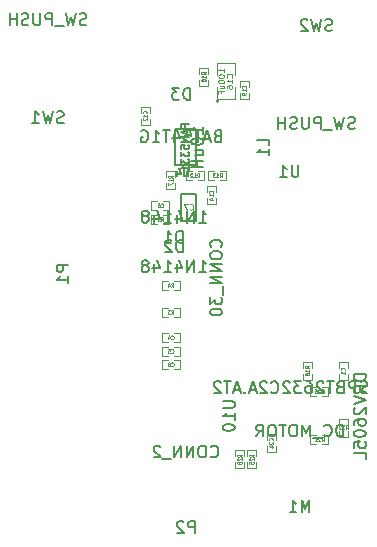
<source format=gbo>
G04 (created by PCBNEW (22-Jun-2014 BZR 4027)-stable) date Tue 07 Jul 2015 09:18:42 PM CDT*
%MOIN*%
G04 Gerber Fmt 3.4, Leading zero omitted, Abs format*
%FSLAX34Y34*%
G01*
G70*
G90*
G04 APERTURE LIST*
%ADD10C,0.00590551*%
%ADD11C,0.005*%
%ADD12C,0.0028*%
%ADD13C,0.0039*%
%ADD14C,0.0045*%
%ADD15C,0.0043*%
G04 APERTURE END LIST*
G54D10*
G54D11*
X12000Y-11100D02*
X12000Y-10200D01*
X12000Y-10200D02*
X11500Y-10200D01*
X11500Y-10200D02*
X11500Y-11100D01*
X11500Y-11100D02*
X12000Y-11100D01*
G54D12*
X11850Y-9750D02*
X11650Y-9750D01*
X11650Y-9750D02*
X11650Y-9450D01*
X11650Y-9450D02*
X11850Y-9450D01*
X12050Y-9750D02*
X12250Y-9750D01*
X12250Y-9750D02*
X12250Y-9450D01*
X12250Y-9450D02*
X12050Y-9450D01*
X15550Y-16000D02*
X15550Y-15800D01*
X15550Y-15800D02*
X15850Y-15800D01*
X15850Y-15800D02*
X15850Y-16000D01*
X15550Y-16200D02*
X15550Y-16400D01*
X15550Y-16400D02*
X15850Y-16400D01*
X15850Y-16400D02*
X15850Y-16200D01*
X10450Y-7700D02*
X10450Y-7900D01*
X10450Y-7900D02*
X10150Y-7900D01*
X10150Y-7900D02*
X10150Y-7700D01*
X10450Y-7500D02*
X10450Y-7300D01*
X10450Y-7300D02*
X10150Y-7300D01*
X10150Y-7300D02*
X10150Y-7500D01*
X12600Y-9750D02*
X12400Y-9750D01*
X12400Y-9750D02*
X12400Y-9450D01*
X12400Y-9450D02*
X12600Y-9450D01*
X12800Y-9750D02*
X13000Y-9750D01*
X13000Y-9750D02*
X13000Y-9450D01*
X13000Y-9450D02*
X12800Y-9450D01*
X12650Y-10350D02*
X12650Y-10550D01*
X12650Y-10550D02*
X12350Y-10550D01*
X12350Y-10550D02*
X12350Y-10350D01*
X12650Y-10150D02*
X12650Y-9950D01*
X12650Y-9950D02*
X12350Y-9950D01*
X12350Y-9950D02*
X12350Y-10150D01*
X13750Y-6850D02*
X13750Y-7050D01*
X13750Y-7050D02*
X13450Y-7050D01*
X13450Y-7050D02*
X13450Y-6850D01*
X13750Y-6650D02*
X13750Y-6450D01*
X13750Y-6450D02*
X13450Y-6450D01*
X13450Y-6450D02*
X13450Y-6650D01*
X11250Y-15300D02*
X11450Y-15300D01*
X11450Y-15300D02*
X11450Y-15600D01*
X11450Y-15600D02*
X11250Y-15600D01*
X11050Y-15300D02*
X10850Y-15300D01*
X10850Y-15300D02*
X10850Y-15600D01*
X10850Y-15600D02*
X11050Y-15600D01*
X10900Y-10450D02*
X11100Y-10450D01*
X11100Y-10450D02*
X11100Y-10750D01*
X11100Y-10750D02*
X10900Y-10750D01*
X10700Y-10450D02*
X10500Y-10450D01*
X10500Y-10450D02*
X10500Y-10750D01*
X10500Y-10750D02*
X10700Y-10750D01*
X11250Y-15750D02*
X11450Y-15750D01*
X11450Y-15750D02*
X11450Y-16050D01*
X11450Y-16050D02*
X11250Y-16050D01*
X11050Y-15750D02*
X10850Y-15750D01*
X10850Y-15750D02*
X10850Y-16050D01*
X10850Y-16050D02*
X11050Y-16050D01*
X10900Y-10900D02*
X11100Y-10900D01*
X11100Y-10900D02*
X11100Y-11200D01*
X11100Y-11200D02*
X10900Y-11200D01*
X10700Y-10900D02*
X10500Y-10900D01*
X10500Y-10900D02*
X10500Y-11200D01*
X10500Y-11200D02*
X10700Y-11200D01*
X11250Y-13100D02*
X11450Y-13100D01*
X11450Y-13100D02*
X11450Y-13400D01*
X11450Y-13400D02*
X11250Y-13400D01*
X11050Y-13100D02*
X10850Y-13100D01*
X10850Y-13100D02*
X10850Y-13400D01*
X10850Y-13400D02*
X11050Y-13400D01*
X11250Y-14000D02*
X11450Y-14000D01*
X11450Y-14000D02*
X11450Y-14300D01*
X11450Y-14300D02*
X11250Y-14300D01*
X11050Y-14000D02*
X10850Y-14000D01*
X10850Y-14000D02*
X10850Y-14300D01*
X10850Y-14300D02*
X11050Y-14300D01*
X11250Y-14850D02*
X11450Y-14850D01*
X11450Y-14850D02*
X11450Y-15150D01*
X11450Y-15150D02*
X11250Y-15150D01*
X11050Y-14850D02*
X10850Y-14850D01*
X10850Y-14850D02*
X10850Y-15150D01*
X10850Y-15150D02*
X11050Y-15150D01*
X14350Y-18400D02*
X14350Y-18200D01*
X14350Y-18200D02*
X14650Y-18200D01*
X14650Y-18200D02*
X14650Y-18400D01*
X14350Y-18600D02*
X14350Y-18800D01*
X14350Y-18800D02*
X14650Y-18800D01*
X14650Y-18800D02*
X14650Y-18600D01*
X16750Y-16000D02*
X16750Y-15800D01*
X16750Y-15800D02*
X17050Y-15800D01*
X17050Y-15800D02*
X17050Y-16000D01*
X16750Y-16200D02*
X16750Y-16400D01*
X16750Y-16400D02*
X17050Y-16400D01*
X17050Y-16400D02*
X17050Y-16200D01*
G54D11*
X11300Y-9250D02*
X12000Y-9250D01*
X12000Y-9250D02*
X12000Y-8050D01*
X12000Y-8050D02*
X11300Y-8050D01*
X11300Y-8050D02*
X11300Y-9250D01*
G54D12*
X16000Y-16950D02*
X15800Y-16950D01*
X15800Y-16950D02*
X15800Y-16650D01*
X15800Y-16650D02*
X16000Y-16650D01*
X16200Y-16950D02*
X16400Y-16950D01*
X16400Y-16950D02*
X16400Y-16650D01*
X16400Y-16650D02*
X16200Y-16650D01*
X12100Y-6200D02*
X12100Y-6000D01*
X12100Y-6000D02*
X12400Y-6000D01*
X12400Y-6000D02*
X12400Y-6200D01*
X12100Y-6400D02*
X12100Y-6600D01*
X12100Y-6600D02*
X12400Y-6600D01*
X12400Y-6600D02*
X12400Y-6400D01*
X11300Y-9850D02*
X11300Y-10050D01*
X11300Y-10050D02*
X11000Y-10050D01*
X11000Y-10050D02*
X11000Y-9850D01*
X11300Y-9650D02*
X11300Y-9450D01*
X11300Y-9450D02*
X11000Y-9450D01*
X11000Y-9450D02*
X11000Y-9650D01*
X14000Y-19150D02*
X14000Y-19350D01*
X14000Y-19350D02*
X13700Y-19350D01*
X13700Y-19350D02*
X13700Y-19150D01*
X14000Y-18950D02*
X14000Y-18750D01*
X14000Y-18750D02*
X13700Y-18750D01*
X13700Y-18750D02*
X13700Y-18950D01*
X13600Y-19150D02*
X13600Y-19350D01*
X13600Y-19350D02*
X13300Y-19350D01*
X13300Y-19350D02*
X13300Y-19150D01*
X13600Y-18950D02*
X13600Y-18750D01*
X13600Y-18750D02*
X13300Y-18750D01*
X13300Y-18750D02*
X13300Y-18950D01*
X17050Y-18100D02*
X17050Y-18300D01*
X17050Y-18300D02*
X16750Y-18300D01*
X16750Y-18300D02*
X16750Y-18100D01*
X17050Y-17900D02*
X17050Y-17700D01*
X17050Y-17700D02*
X16750Y-17700D01*
X16750Y-17700D02*
X16750Y-17900D01*
X16000Y-18550D02*
X15800Y-18550D01*
X15800Y-18550D02*
X15800Y-18250D01*
X15800Y-18250D02*
X16000Y-18250D01*
X16200Y-18550D02*
X16400Y-18550D01*
X16400Y-18550D02*
X16400Y-18250D01*
X16400Y-18250D02*
X16200Y-18250D01*
G54D13*
X12750Y-7100D02*
G75*
G03X12750Y-7100I-50J0D01*
G74*
G01*
X12700Y-6650D02*
X12700Y-7050D01*
X12700Y-7050D02*
X13300Y-7050D01*
X13300Y-7050D02*
X13300Y-6650D01*
X13300Y-6250D02*
X13300Y-5850D01*
X13300Y-5850D02*
X12700Y-5850D01*
X12700Y-5850D02*
X12700Y-6250D01*
G54D14*
X11780Y-10711D02*
X11788Y-10721D01*
X11814Y-10730D01*
X11831Y-10730D01*
X11857Y-10721D01*
X11874Y-10702D01*
X11882Y-10683D01*
X11891Y-10645D01*
X11891Y-10616D01*
X11882Y-10578D01*
X11874Y-10559D01*
X11857Y-10540D01*
X11831Y-10530D01*
X11814Y-10530D01*
X11788Y-10540D01*
X11780Y-10550D01*
X11720Y-10530D02*
X11600Y-10530D01*
X11677Y-10730D01*
G54D12*
X12027Y-9655D02*
X12067Y-9590D01*
X12095Y-9655D02*
X12095Y-9517D01*
X12050Y-9517D01*
X12038Y-9524D01*
X12032Y-9531D01*
X12027Y-9544D01*
X12027Y-9563D01*
X12032Y-9577D01*
X12038Y-9583D01*
X12050Y-9590D01*
X12095Y-9590D01*
X11912Y-9655D02*
X11981Y-9655D01*
X11947Y-9655D02*
X11947Y-9517D01*
X11958Y-9537D01*
X11970Y-9550D01*
X11981Y-9557D01*
X11867Y-9531D02*
X11861Y-9524D01*
X11850Y-9517D01*
X11821Y-9517D01*
X11810Y-9524D01*
X11804Y-9531D01*
X11798Y-9544D01*
X11798Y-9557D01*
X11804Y-9577D01*
X11872Y-9655D01*
X11798Y-9655D01*
X15755Y-16022D02*
X15690Y-15982D01*
X15755Y-15954D02*
X15617Y-15954D01*
X15617Y-16000D01*
X15624Y-16011D01*
X15631Y-16017D01*
X15644Y-16022D01*
X15663Y-16022D01*
X15677Y-16017D01*
X15683Y-16011D01*
X15690Y-16000D01*
X15690Y-15954D01*
X15755Y-16137D02*
X15755Y-16068D01*
X15755Y-16102D02*
X15617Y-16102D01*
X15637Y-16091D01*
X15650Y-16080D01*
X15657Y-16068D01*
X15617Y-16240D02*
X15617Y-16217D01*
X15624Y-16205D01*
X15631Y-16200D01*
X15650Y-16188D01*
X15677Y-16182D01*
X15729Y-16182D01*
X15742Y-16188D01*
X15749Y-16194D01*
X15755Y-16205D01*
X15755Y-16228D01*
X15749Y-16240D01*
X15742Y-16245D01*
X15729Y-16251D01*
X15696Y-16251D01*
X15683Y-16245D01*
X15677Y-16240D01*
X15670Y-16228D01*
X15670Y-16205D01*
X15677Y-16194D01*
X15683Y-16188D01*
X15696Y-16182D01*
X10342Y-7522D02*
X10349Y-7517D01*
X10355Y-7500D01*
X10355Y-7488D01*
X10349Y-7471D01*
X10336Y-7460D01*
X10323Y-7454D01*
X10296Y-7448D01*
X10277Y-7448D01*
X10250Y-7454D01*
X10237Y-7460D01*
X10224Y-7471D01*
X10217Y-7488D01*
X10217Y-7500D01*
X10224Y-7517D01*
X10231Y-7522D01*
X10355Y-7637D02*
X10355Y-7568D01*
X10355Y-7602D02*
X10217Y-7602D01*
X10237Y-7591D01*
X10250Y-7580D01*
X10257Y-7568D01*
X10231Y-7682D02*
X10224Y-7688D01*
X10217Y-7700D01*
X10217Y-7728D01*
X10224Y-7740D01*
X10231Y-7745D01*
X10244Y-7751D01*
X10257Y-7751D01*
X10277Y-7745D01*
X10355Y-7677D01*
X10355Y-7751D01*
X12777Y-9655D02*
X12817Y-9590D01*
X12845Y-9655D02*
X12845Y-9517D01*
X12800Y-9517D01*
X12788Y-9524D01*
X12782Y-9531D01*
X12777Y-9544D01*
X12777Y-9563D01*
X12782Y-9577D01*
X12788Y-9583D01*
X12800Y-9590D01*
X12845Y-9590D01*
X12662Y-9655D02*
X12731Y-9655D01*
X12697Y-9655D02*
X12697Y-9517D01*
X12708Y-9537D01*
X12720Y-9550D01*
X12731Y-9557D01*
X12622Y-9517D02*
X12548Y-9517D01*
X12588Y-9570D01*
X12571Y-9570D01*
X12560Y-9577D01*
X12554Y-9583D01*
X12548Y-9596D01*
X12548Y-9629D01*
X12554Y-9642D01*
X12560Y-9649D01*
X12571Y-9655D01*
X12605Y-9655D01*
X12617Y-9649D01*
X12622Y-9642D01*
X12542Y-10172D02*
X12549Y-10167D01*
X12555Y-10150D01*
X12555Y-10138D01*
X12549Y-10121D01*
X12536Y-10110D01*
X12523Y-10104D01*
X12496Y-10098D01*
X12477Y-10098D01*
X12450Y-10104D01*
X12437Y-10110D01*
X12424Y-10121D01*
X12417Y-10138D01*
X12417Y-10150D01*
X12424Y-10167D01*
X12431Y-10172D01*
X12555Y-10287D02*
X12555Y-10218D01*
X12555Y-10252D02*
X12417Y-10252D01*
X12437Y-10241D01*
X12450Y-10230D01*
X12457Y-10218D01*
X12463Y-10390D02*
X12555Y-10390D01*
X12411Y-10361D02*
X12509Y-10332D01*
X12509Y-10407D01*
X13642Y-6672D02*
X13649Y-6667D01*
X13655Y-6650D01*
X13655Y-6638D01*
X13649Y-6621D01*
X13636Y-6610D01*
X13623Y-6604D01*
X13596Y-6598D01*
X13577Y-6598D01*
X13550Y-6604D01*
X13537Y-6610D01*
X13524Y-6621D01*
X13517Y-6638D01*
X13517Y-6650D01*
X13524Y-6667D01*
X13531Y-6672D01*
X13655Y-6787D02*
X13655Y-6718D01*
X13655Y-6752D02*
X13517Y-6752D01*
X13537Y-6741D01*
X13550Y-6730D01*
X13557Y-6718D01*
X13655Y-6844D02*
X13655Y-6867D01*
X13649Y-6878D01*
X13642Y-6884D01*
X13623Y-6895D01*
X13596Y-6901D01*
X13544Y-6901D01*
X13531Y-6895D01*
X13524Y-6890D01*
X13517Y-6878D01*
X13517Y-6855D01*
X13524Y-6844D01*
X13531Y-6838D01*
X13544Y-6832D01*
X13577Y-6832D01*
X13590Y-6838D01*
X13596Y-6844D01*
X13603Y-6855D01*
X13603Y-6878D01*
X13596Y-6890D01*
X13590Y-6895D01*
X13577Y-6901D01*
X11170Y-15492D02*
X11175Y-15499D01*
X11192Y-15505D01*
X11204Y-15505D01*
X11221Y-15499D01*
X11232Y-15486D01*
X11238Y-15473D01*
X11244Y-15446D01*
X11244Y-15427D01*
X11238Y-15400D01*
X11232Y-15387D01*
X11221Y-15374D01*
X11204Y-15367D01*
X11192Y-15367D01*
X11175Y-15374D01*
X11170Y-15381D01*
X11061Y-15367D02*
X11118Y-15367D01*
X11124Y-15433D01*
X11118Y-15427D01*
X11107Y-15420D01*
X11078Y-15420D01*
X11067Y-15427D01*
X11061Y-15433D01*
X11055Y-15446D01*
X11055Y-15479D01*
X11061Y-15492D01*
X11067Y-15499D01*
X11078Y-15505D01*
X11107Y-15505D01*
X11118Y-15499D01*
X11124Y-15492D01*
X10820Y-10642D02*
X10825Y-10649D01*
X10842Y-10655D01*
X10854Y-10655D01*
X10871Y-10649D01*
X10882Y-10636D01*
X10888Y-10623D01*
X10894Y-10596D01*
X10894Y-10577D01*
X10888Y-10550D01*
X10882Y-10537D01*
X10871Y-10524D01*
X10854Y-10517D01*
X10842Y-10517D01*
X10825Y-10524D01*
X10820Y-10531D01*
X10717Y-10517D02*
X10740Y-10517D01*
X10751Y-10524D01*
X10757Y-10531D01*
X10768Y-10550D01*
X10774Y-10577D01*
X10774Y-10629D01*
X10768Y-10642D01*
X10762Y-10649D01*
X10751Y-10655D01*
X10728Y-10655D01*
X10717Y-10649D01*
X10711Y-10642D01*
X10705Y-10629D01*
X10705Y-10596D01*
X10711Y-10583D01*
X10717Y-10577D01*
X10728Y-10570D01*
X10751Y-10570D01*
X10762Y-10577D01*
X10768Y-10583D01*
X10774Y-10596D01*
X11170Y-15942D02*
X11175Y-15949D01*
X11192Y-15955D01*
X11204Y-15955D01*
X11221Y-15949D01*
X11232Y-15936D01*
X11238Y-15923D01*
X11244Y-15896D01*
X11244Y-15877D01*
X11238Y-15850D01*
X11232Y-15837D01*
X11221Y-15824D01*
X11204Y-15817D01*
X11192Y-15817D01*
X11175Y-15824D01*
X11170Y-15831D01*
X11101Y-15877D02*
X11112Y-15870D01*
X11118Y-15863D01*
X11124Y-15850D01*
X11124Y-15844D01*
X11118Y-15831D01*
X11112Y-15824D01*
X11101Y-15817D01*
X11078Y-15817D01*
X11067Y-15824D01*
X11061Y-15831D01*
X11055Y-15844D01*
X11055Y-15850D01*
X11061Y-15863D01*
X11067Y-15870D01*
X11078Y-15877D01*
X11101Y-15877D01*
X11112Y-15883D01*
X11118Y-15890D01*
X11124Y-15903D01*
X11124Y-15929D01*
X11118Y-15942D01*
X11112Y-15949D01*
X11101Y-15955D01*
X11078Y-15955D01*
X11067Y-15949D01*
X11061Y-15942D01*
X11055Y-15929D01*
X11055Y-15903D01*
X11061Y-15890D01*
X11067Y-15883D01*
X11078Y-15877D01*
X10820Y-11105D02*
X10860Y-11040D01*
X10888Y-11105D02*
X10888Y-10967D01*
X10842Y-10967D01*
X10831Y-10974D01*
X10825Y-10981D01*
X10820Y-10994D01*
X10820Y-11013D01*
X10825Y-11027D01*
X10831Y-11033D01*
X10842Y-11040D01*
X10888Y-11040D01*
X10711Y-10967D02*
X10768Y-10967D01*
X10774Y-11033D01*
X10768Y-11027D01*
X10757Y-11020D01*
X10728Y-11020D01*
X10717Y-11027D01*
X10711Y-11033D01*
X10705Y-11046D01*
X10705Y-11079D01*
X10711Y-11092D01*
X10717Y-11099D01*
X10728Y-11105D01*
X10757Y-11105D01*
X10768Y-11099D01*
X10774Y-11092D01*
X11170Y-13305D02*
X11210Y-13240D01*
X11238Y-13305D02*
X11238Y-13167D01*
X11192Y-13167D01*
X11181Y-13174D01*
X11175Y-13181D01*
X11170Y-13194D01*
X11170Y-13213D01*
X11175Y-13227D01*
X11181Y-13233D01*
X11192Y-13240D01*
X11238Y-13240D01*
X11067Y-13213D02*
X11067Y-13305D01*
X11095Y-13161D02*
X11124Y-13259D01*
X11050Y-13259D01*
X11170Y-14205D02*
X11210Y-14140D01*
X11238Y-14205D02*
X11238Y-14067D01*
X11192Y-14067D01*
X11181Y-14074D01*
X11175Y-14081D01*
X11170Y-14094D01*
X11170Y-14113D01*
X11175Y-14127D01*
X11181Y-14133D01*
X11192Y-14140D01*
X11238Y-14140D01*
X11130Y-14067D02*
X11055Y-14067D01*
X11095Y-14120D01*
X11078Y-14120D01*
X11067Y-14127D01*
X11061Y-14133D01*
X11055Y-14146D01*
X11055Y-14179D01*
X11061Y-14192D01*
X11067Y-14199D01*
X11078Y-14205D01*
X11112Y-14205D01*
X11124Y-14199D01*
X11130Y-14192D01*
X11170Y-15042D02*
X11175Y-15049D01*
X11192Y-15055D01*
X11204Y-15055D01*
X11221Y-15049D01*
X11232Y-15036D01*
X11238Y-15023D01*
X11244Y-14996D01*
X11244Y-14977D01*
X11238Y-14950D01*
X11232Y-14937D01*
X11221Y-14924D01*
X11204Y-14917D01*
X11192Y-14917D01*
X11175Y-14924D01*
X11170Y-14931D01*
X11067Y-14963D02*
X11067Y-15055D01*
X11095Y-14911D02*
X11124Y-15009D01*
X11050Y-15009D01*
X14542Y-18422D02*
X14549Y-18417D01*
X14555Y-18400D01*
X14555Y-18388D01*
X14549Y-18371D01*
X14536Y-18360D01*
X14523Y-18354D01*
X14496Y-18348D01*
X14477Y-18348D01*
X14450Y-18354D01*
X14437Y-18360D01*
X14424Y-18371D01*
X14417Y-18388D01*
X14417Y-18400D01*
X14424Y-18417D01*
X14431Y-18422D01*
X14431Y-18468D02*
X14424Y-18474D01*
X14417Y-18485D01*
X14417Y-18514D01*
X14424Y-18525D01*
X14431Y-18531D01*
X14444Y-18537D01*
X14457Y-18537D01*
X14477Y-18531D01*
X14555Y-18462D01*
X14555Y-18537D01*
X14463Y-18640D02*
X14555Y-18640D01*
X14411Y-18611D02*
X14509Y-18582D01*
X14509Y-18657D01*
X16942Y-16080D02*
X16949Y-16074D01*
X16955Y-16057D01*
X16955Y-16045D01*
X16949Y-16028D01*
X16936Y-16017D01*
X16923Y-16011D01*
X16896Y-16005D01*
X16877Y-16005D01*
X16850Y-16011D01*
X16837Y-16017D01*
X16824Y-16028D01*
X16817Y-16045D01*
X16817Y-16057D01*
X16824Y-16074D01*
X16831Y-16080D01*
X16955Y-16194D02*
X16955Y-16125D01*
X16955Y-16160D02*
X16817Y-16160D01*
X16837Y-16148D01*
X16850Y-16137D01*
X16857Y-16125D01*
G54D11*
X11722Y-9367D02*
X11722Y-9569D01*
X11710Y-9593D01*
X11698Y-9605D01*
X11674Y-9617D01*
X11627Y-9617D01*
X11603Y-9605D01*
X11591Y-9593D01*
X11579Y-9569D01*
X11579Y-9367D01*
X11353Y-9450D02*
X11353Y-9617D01*
X11412Y-9355D02*
X11472Y-9533D01*
X11317Y-9533D01*
X11620Y-7971D02*
X11620Y-7888D01*
X11751Y-7888D02*
X11501Y-7888D01*
X11501Y-8007D01*
X11679Y-8090D02*
X11679Y-8209D01*
X11751Y-8066D02*
X11501Y-8150D01*
X11751Y-8233D01*
X11751Y-8316D02*
X11501Y-8316D01*
X11751Y-8459D01*
X11501Y-8459D01*
X11501Y-8697D02*
X11501Y-8578D01*
X11620Y-8566D01*
X11608Y-8578D01*
X11596Y-8602D01*
X11596Y-8661D01*
X11608Y-8685D01*
X11620Y-8697D01*
X11644Y-8709D01*
X11703Y-8709D01*
X11727Y-8697D01*
X11739Y-8685D01*
X11751Y-8661D01*
X11751Y-8602D01*
X11739Y-8578D01*
X11727Y-8566D01*
X11501Y-8792D02*
X11501Y-8947D01*
X11596Y-8864D01*
X11596Y-8900D01*
X11608Y-8923D01*
X11620Y-8935D01*
X11644Y-8947D01*
X11703Y-8947D01*
X11727Y-8935D01*
X11739Y-8923D01*
X11751Y-8900D01*
X11751Y-8828D01*
X11739Y-8804D01*
X11727Y-8792D01*
X11501Y-9030D02*
X11501Y-9185D01*
X11596Y-9102D01*
X11596Y-9138D01*
X11608Y-9161D01*
X11620Y-9173D01*
X11644Y-9185D01*
X11703Y-9185D01*
X11727Y-9173D01*
X11739Y-9161D01*
X11751Y-9138D01*
X11751Y-9066D01*
X11739Y-9042D01*
X11727Y-9030D01*
X11751Y-9423D02*
X11751Y-9280D01*
X11751Y-9352D02*
X11501Y-9352D01*
X11536Y-9328D01*
X11560Y-9304D01*
X11572Y-9280D01*
G54D10*
X15399Y-9247D02*
X15399Y-9566D01*
X15381Y-9604D01*
X15362Y-9622D01*
X15324Y-9641D01*
X15249Y-9641D01*
X15212Y-9622D01*
X15193Y-9604D01*
X15174Y-9566D01*
X15174Y-9247D01*
X14781Y-9641D02*
X15006Y-9641D01*
X14893Y-9641D02*
X14893Y-9247D01*
X14931Y-9304D01*
X14968Y-9341D01*
X15006Y-9360D01*
X17698Y-16827D02*
X17642Y-16846D01*
X17548Y-16846D01*
X17510Y-16827D01*
X17492Y-16808D01*
X17473Y-16771D01*
X17473Y-16733D01*
X17492Y-16696D01*
X17510Y-16677D01*
X17548Y-16658D01*
X17623Y-16640D01*
X17660Y-16621D01*
X17679Y-16602D01*
X17698Y-16565D01*
X17698Y-16527D01*
X17679Y-16490D01*
X17660Y-16471D01*
X17623Y-16452D01*
X17529Y-16452D01*
X17473Y-16471D01*
X17304Y-16846D02*
X17304Y-16452D01*
X17154Y-16452D01*
X17117Y-16471D01*
X17098Y-16490D01*
X17079Y-16527D01*
X17079Y-16583D01*
X17098Y-16621D01*
X17117Y-16640D01*
X17154Y-16658D01*
X17304Y-16658D01*
X16779Y-16640D02*
X16723Y-16658D01*
X16704Y-16677D01*
X16686Y-16715D01*
X16686Y-16771D01*
X16704Y-16808D01*
X16723Y-16827D01*
X16761Y-16846D01*
X16911Y-16846D01*
X16911Y-16452D01*
X16779Y-16452D01*
X16742Y-16471D01*
X16723Y-16490D01*
X16704Y-16527D01*
X16704Y-16565D01*
X16723Y-16602D01*
X16742Y-16621D01*
X16779Y-16640D01*
X16911Y-16640D01*
X16573Y-16452D02*
X16348Y-16452D01*
X16461Y-16846D02*
X16461Y-16452D01*
X16236Y-16490D02*
X16217Y-16471D01*
X16179Y-16452D01*
X16086Y-16452D01*
X16048Y-16471D01*
X16029Y-16490D01*
X16011Y-16527D01*
X16011Y-16565D01*
X16029Y-16621D01*
X16254Y-16846D01*
X16011Y-16846D01*
X15673Y-16452D02*
X15748Y-16452D01*
X15786Y-16471D01*
X15804Y-16490D01*
X15842Y-16546D01*
X15861Y-16621D01*
X15861Y-16771D01*
X15842Y-16808D01*
X15823Y-16827D01*
X15786Y-16846D01*
X15711Y-16846D01*
X15673Y-16827D01*
X15654Y-16808D01*
X15636Y-16771D01*
X15636Y-16677D01*
X15654Y-16640D01*
X15673Y-16621D01*
X15711Y-16602D01*
X15786Y-16602D01*
X15823Y-16621D01*
X15842Y-16640D01*
X15861Y-16677D01*
X15504Y-16452D02*
X15261Y-16452D01*
X15392Y-16602D01*
X15336Y-16602D01*
X15298Y-16621D01*
X15279Y-16640D01*
X15261Y-16677D01*
X15261Y-16771D01*
X15279Y-16808D01*
X15298Y-16827D01*
X15336Y-16846D01*
X15448Y-16846D01*
X15486Y-16827D01*
X15504Y-16808D01*
X15111Y-16490D02*
X15092Y-16471D01*
X15055Y-16452D01*
X14961Y-16452D01*
X14923Y-16471D01*
X14905Y-16490D01*
X14886Y-16527D01*
X14886Y-16565D01*
X14905Y-16621D01*
X15129Y-16846D01*
X14886Y-16846D01*
X14492Y-16808D02*
X14511Y-16827D01*
X14567Y-16846D01*
X14605Y-16846D01*
X14661Y-16827D01*
X14698Y-16790D01*
X14717Y-16752D01*
X14736Y-16677D01*
X14736Y-16621D01*
X14717Y-16546D01*
X14698Y-16508D01*
X14661Y-16471D01*
X14605Y-16452D01*
X14567Y-16452D01*
X14511Y-16471D01*
X14492Y-16490D01*
X14342Y-16490D02*
X14323Y-16471D01*
X14286Y-16452D01*
X14192Y-16452D01*
X14155Y-16471D01*
X14136Y-16490D01*
X14117Y-16527D01*
X14117Y-16565D01*
X14136Y-16621D01*
X14361Y-16846D01*
X14117Y-16846D01*
X13967Y-16733D02*
X13780Y-16733D01*
X14005Y-16846D02*
X13873Y-16452D01*
X13742Y-16846D01*
X13611Y-16808D02*
X13592Y-16827D01*
X13611Y-16846D01*
X13630Y-16827D01*
X13611Y-16808D01*
X13611Y-16846D01*
X13442Y-16733D02*
X13255Y-16733D01*
X13480Y-16846D02*
X13348Y-16452D01*
X13217Y-16846D01*
X13142Y-16452D02*
X12917Y-16452D01*
X13030Y-16846D02*
X13030Y-16452D01*
X12805Y-16490D02*
X12786Y-16471D01*
X12749Y-16452D01*
X12655Y-16452D01*
X12617Y-16471D01*
X12599Y-16490D01*
X12580Y-16527D01*
X12580Y-16565D01*
X12599Y-16621D01*
X12824Y-16846D01*
X12580Y-16846D01*
G54D12*
X16177Y-16842D02*
X16182Y-16849D01*
X16200Y-16855D01*
X16211Y-16855D01*
X16228Y-16849D01*
X16240Y-16836D01*
X16245Y-16823D01*
X16251Y-16796D01*
X16251Y-16777D01*
X16245Y-16750D01*
X16240Y-16737D01*
X16228Y-16724D01*
X16211Y-16717D01*
X16200Y-16717D01*
X16182Y-16724D01*
X16177Y-16731D01*
X16131Y-16731D02*
X16125Y-16724D01*
X16114Y-16717D01*
X16085Y-16717D01*
X16074Y-16724D01*
X16068Y-16731D01*
X16062Y-16744D01*
X16062Y-16757D01*
X16068Y-16777D01*
X16137Y-16855D01*
X16062Y-16855D01*
X15960Y-16717D02*
X15982Y-16717D01*
X15994Y-16724D01*
X16000Y-16731D01*
X16011Y-16750D01*
X16017Y-16777D01*
X16017Y-16829D01*
X16011Y-16842D01*
X16005Y-16849D01*
X15994Y-16855D01*
X15971Y-16855D01*
X15960Y-16849D01*
X15954Y-16842D01*
X15948Y-16829D01*
X15948Y-16796D01*
X15954Y-16783D01*
X15960Y-16777D01*
X15971Y-16770D01*
X15994Y-16770D01*
X16005Y-16777D01*
X16011Y-16783D01*
X16017Y-16796D01*
X12305Y-6222D02*
X12240Y-6182D01*
X12305Y-6154D02*
X12167Y-6154D01*
X12167Y-6200D01*
X12174Y-6211D01*
X12181Y-6217D01*
X12194Y-6222D01*
X12213Y-6222D01*
X12227Y-6217D01*
X12233Y-6211D01*
X12240Y-6200D01*
X12240Y-6154D01*
X12305Y-6337D02*
X12305Y-6268D01*
X12305Y-6302D02*
X12167Y-6302D01*
X12187Y-6291D01*
X12200Y-6280D01*
X12207Y-6268D01*
X12227Y-6405D02*
X12220Y-6394D01*
X12213Y-6388D01*
X12200Y-6382D01*
X12194Y-6382D01*
X12181Y-6388D01*
X12174Y-6394D01*
X12167Y-6405D01*
X12167Y-6428D01*
X12174Y-6440D01*
X12181Y-6445D01*
X12194Y-6451D01*
X12200Y-6451D01*
X12213Y-6445D01*
X12220Y-6440D01*
X12227Y-6428D01*
X12227Y-6405D01*
X12233Y-6394D01*
X12240Y-6388D01*
X12253Y-6382D01*
X12279Y-6382D01*
X12292Y-6388D01*
X12299Y-6394D01*
X12305Y-6405D01*
X12305Y-6428D01*
X12299Y-6440D01*
X12292Y-6445D01*
X12279Y-6451D01*
X12253Y-6451D01*
X12240Y-6445D01*
X12233Y-6440D01*
X12227Y-6428D01*
X11205Y-9672D02*
X11140Y-9632D01*
X11205Y-9604D02*
X11067Y-9604D01*
X11067Y-9650D01*
X11074Y-9661D01*
X11081Y-9667D01*
X11094Y-9672D01*
X11113Y-9672D01*
X11127Y-9667D01*
X11133Y-9661D01*
X11140Y-9650D01*
X11140Y-9604D01*
X11205Y-9787D02*
X11205Y-9718D01*
X11205Y-9752D02*
X11067Y-9752D01*
X11087Y-9741D01*
X11100Y-9730D01*
X11107Y-9718D01*
X11067Y-9827D02*
X11067Y-9907D01*
X11205Y-9855D01*
X13905Y-18972D02*
X13840Y-18932D01*
X13905Y-18904D02*
X13767Y-18904D01*
X13767Y-18950D01*
X13774Y-18961D01*
X13781Y-18967D01*
X13794Y-18972D01*
X13813Y-18972D01*
X13827Y-18967D01*
X13833Y-18961D01*
X13840Y-18950D01*
X13840Y-18904D01*
X13781Y-19018D02*
X13774Y-19024D01*
X13767Y-19035D01*
X13767Y-19064D01*
X13774Y-19075D01*
X13781Y-19081D01*
X13794Y-19087D01*
X13807Y-19087D01*
X13827Y-19081D01*
X13905Y-19012D01*
X13905Y-19087D01*
X13767Y-19195D02*
X13767Y-19138D01*
X13833Y-19132D01*
X13827Y-19138D01*
X13820Y-19150D01*
X13820Y-19178D01*
X13827Y-19190D01*
X13833Y-19195D01*
X13846Y-19201D01*
X13879Y-19201D01*
X13892Y-19195D01*
X13899Y-19190D01*
X13905Y-19178D01*
X13905Y-19150D01*
X13899Y-19138D01*
X13892Y-19132D01*
X13505Y-18972D02*
X13440Y-18932D01*
X13505Y-18904D02*
X13367Y-18904D01*
X13367Y-18950D01*
X13374Y-18961D01*
X13381Y-18967D01*
X13394Y-18972D01*
X13413Y-18972D01*
X13427Y-18967D01*
X13433Y-18961D01*
X13440Y-18950D01*
X13440Y-18904D01*
X13381Y-19018D02*
X13374Y-19024D01*
X13367Y-19035D01*
X13367Y-19064D01*
X13374Y-19075D01*
X13381Y-19081D01*
X13394Y-19087D01*
X13407Y-19087D01*
X13427Y-19081D01*
X13505Y-19012D01*
X13505Y-19087D01*
X13427Y-19155D02*
X13420Y-19144D01*
X13413Y-19138D01*
X13400Y-19132D01*
X13394Y-19132D01*
X13381Y-19138D01*
X13374Y-19144D01*
X13367Y-19155D01*
X13367Y-19178D01*
X13374Y-19190D01*
X13381Y-19195D01*
X13394Y-19201D01*
X13400Y-19201D01*
X13413Y-19195D01*
X13420Y-19190D01*
X13427Y-19178D01*
X13427Y-19155D01*
X13433Y-19144D01*
X13440Y-19138D01*
X13453Y-19132D01*
X13479Y-19132D01*
X13492Y-19138D01*
X13499Y-19144D01*
X13505Y-19155D01*
X13505Y-19178D01*
X13499Y-19190D01*
X13492Y-19195D01*
X13479Y-19201D01*
X13453Y-19201D01*
X13440Y-19195D01*
X13433Y-19190D01*
X13427Y-19178D01*
X16977Y-18055D02*
X17017Y-17990D01*
X17045Y-18055D02*
X17045Y-17917D01*
X17000Y-17917D01*
X16988Y-17924D01*
X16982Y-17931D01*
X16977Y-17944D01*
X16977Y-17963D01*
X16982Y-17977D01*
X16988Y-17983D01*
X17000Y-17990D01*
X17045Y-17990D01*
X16931Y-17931D02*
X16925Y-17924D01*
X16914Y-17917D01*
X16885Y-17917D01*
X16874Y-17924D01*
X16868Y-17931D01*
X16862Y-17944D01*
X16862Y-17957D01*
X16868Y-17977D01*
X16937Y-18055D01*
X16862Y-18055D01*
X16817Y-17931D02*
X16811Y-17924D01*
X16800Y-17917D01*
X16771Y-17917D01*
X16760Y-17924D01*
X16754Y-17931D01*
X16748Y-17944D01*
X16748Y-17957D01*
X16754Y-17977D01*
X16822Y-18055D01*
X16748Y-18055D01*
X16177Y-18455D02*
X16217Y-18390D01*
X16245Y-18455D02*
X16245Y-18317D01*
X16200Y-18317D01*
X16188Y-18324D01*
X16182Y-18331D01*
X16177Y-18344D01*
X16177Y-18363D01*
X16182Y-18377D01*
X16188Y-18383D01*
X16200Y-18390D01*
X16245Y-18390D01*
X16131Y-18331D02*
X16125Y-18324D01*
X16114Y-18317D01*
X16085Y-18317D01*
X16074Y-18324D01*
X16068Y-18331D01*
X16062Y-18344D01*
X16062Y-18357D01*
X16068Y-18377D01*
X16137Y-18455D01*
X16062Y-18455D01*
X15948Y-18455D02*
X16017Y-18455D01*
X15982Y-18455D02*
X15982Y-18317D01*
X15994Y-18337D01*
X16005Y-18350D01*
X16017Y-18357D01*
G54D10*
X12882Y-17112D02*
X13200Y-17112D01*
X13238Y-17131D01*
X13257Y-17150D01*
X13275Y-17187D01*
X13275Y-17262D01*
X13257Y-17300D01*
X13238Y-17318D01*
X13200Y-17337D01*
X12882Y-17337D01*
X13275Y-17731D02*
X13275Y-17506D01*
X13275Y-17618D02*
X12882Y-17618D01*
X12938Y-17581D01*
X12975Y-17543D01*
X12994Y-17506D01*
X12882Y-17974D02*
X12882Y-18012D01*
X12900Y-18049D01*
X12919Y-18068D01*
X12957Y-18087D01*
X13032Y-18106D01*
X13125Y-18106D01*
X13200Y-18087D01*
X13238Y-18068D01*
X13257Y-18049D01*
X13275Y-18012D01*
X13275Y-17974D01*
X13257Y-17937D01*
X13238Y-17918D01*
X13200Y-17899D01*
X13125Y-17881D01*
X13032Y-17881D01*
X12957Y-17899D01*
X12919Y-17918D01*
X12900Y-17937D01*
X12882Y-17974D01*
X17645Y-16222D02*
X17252Y-16222D01*
X17252Y-16315D01*
X17271Y-16372D01*
X17308Y-16409D01*
X17346Y-16428D01*
X17420Y-16447D01*
X17477Y-16447D01*
X17552Y-16428D01*
X17589Y-16409D01*
X17627Y-16372D01*
X17645Y-16315D01*
X17645Y-16222D01*
X17645Y-16840D02*
X17458Y-16709D01*
X17645Y-16615D02*
X17252Y-16615D01*
X17252Y-16765D01*
X17271Y-16803D01*
X17289Y-16821D01*
X17327Y-16840D01*
X17383Y-16840D01*
X17420Y-16821D01*
X17439Y-16803D01*
X17458Y-16765D01*
X17458Y-16615D01*
X17252Y-16953D02*
X17645Y-17084D01*
X17252Y-17215D01*
X17289Y-17328D02*
X17271Y-17346D01*
X17252Y-17384D01*
X17252Y-17478D01*
X17271Y-17515D01*
X17289Y-17534D01*
X17327Y-17553D01*
X17364Y-17553D01*
X17420Y-17534D01*
X17645Y-17309D01*
X17645Y-17553D01*
X17252Y-17890D02*
X17252Y-17815D01*
X17271Y-17778D01*
X17289Y-17759D01*
X17346Y-17721D01*
X17420Y-17703D01*
X17570Y-17703D01*
X17608Y-17721D01*
X17627Y-17740D01*
X17645Y-17778D01*
X17645Y-17853D01*
X17627Y-17890D01*
X17608Y-17909D01*
X17570Y-17928D01*
X17477Y-17928D01*
X17439Y-17909D01*
X17420Y-17890D01*
X17402Y-17853D01*
X17402Y-17778D01*
X17420Y-17740D01*
X17439Y-17721D01*
X17477Y-17703D01*
X17252Y-18171D02*
X17252Y-18209D01*
X17271Y-18246D01*
X17289Y-18265D01*
X17327Y-18284D01*
X17402Y-18303D01*
X17495Y-18303D01*
X17570Y-18284D01*
X17608Y-18265D01*
X17627Y-18246D01*
X17645Y-18209D01*
X17645Y-18171D01*
X17627Y-18134D01*
X17608Y-18115D01*
X17570Y-18096D01*
X17495Y-18078D01*
X17402Y-18078D01*
X17327Y-18096D01*
X17289Y-18115D01*
X17271Y-18134D01*
X17252Y-18171D01*
X17252Y-18659D02*
X17252Y-18471D01*
X17439Y-18453D01*
X17420Y-18471D01*
X17402Y-18509D01*
X17402Y-18603D01*
X17420Y-18640D01*
X17439Y-18659D01*
X17477Y-18677D01*
X17570Y-18677D01*
X17608Y-18659D01*
X17627Y-18640D01*
X17645Y-18603D01*
X17645Y-18509D01*
X17627Y-18471D01*
X17608Y-18453D01*
X17645Y-19034D02*
X17645Y-18846D01*
X17252Y-18846D01*
G54D15*
X13185Y-6323D02*
X13195Y-6313D01*
X13204Y-6285D01*
X13204Y-6267D01*
X13195Y-6238D01*
X13176Y-6220D01*
X13157Y-6210D01*
X13120Y-6201D01*
X13092Y-6201D01*
X13054Y-6210D01*
X13035Y-6220D01*
X13017Y-6238D01*
X13007Y-6267D01*
X13007Y-6285D01*
X13017Y-6313D01*
X13026Y-6323D01*
X13204Y-6510D02*
X13204Y-6398D01*
X13204Y-6454D02*
X13007Y-6454D01*
X13035Y-6435D01*
X13054Y-6417D01*
X13064Y-6398D01*
X13007Y-6679D02*
X13007Y-6642D01*
X13017Y-6623D01*
X13026Y-6614D01*
X13054Y-6595D01*
X13092Y-6586D01*
X13167Y-6586D01*
X13185Y-6595D01*
X13195Y-6604D01*
X13204Y-6623D01*
X13204Y-6661D01*
X13195Y-6679D01*
X13185Y-6689D01*
X13167Y-6698D01*
X13120Y-6698D01*
X13101Y-6689D01*
X13092Y-6679D01*
X13082Y-6661D01*
X13082Y-6623D01*
X13092Y-6604D01*
X13101Y-6595D01*
X13120Y-6586D01*
X12929Y-6145D02*
X12929Y-6032D01*
X12929Y-6088D02*
X12732Y-6088D01*
X12760Y-6070D01*
X12779Y-6051D01*
X12789Y-6032D01*
X12732Y-6267D02*
X12732Y-6285D01*
X12742Y-6304D01*
X12751Y-6313D01*
X12770Y-6323D01*
X12807Y-6332D01*
X12854Y-6332D01*
X12892Y-6323D01*
X12910Y-6313D01*
X12920Y-6304D01*
X12929Y-6285D01*
X12929Y-6267D01*
X12920Y-6248D01*
X12910Y-6238D01*
X12892Y-6229D01*
X12854Y-6220D01*
X12807Y-6220D01*
X12770Y-6229D01*
X12751Y-6238D01*
X12742Y-6248D01*
X12732Y-6267D01*
X12732Y-6454D02*
X12732Y-6473D01*
X12742Y-6492D01*
X12751Y-6501D01*
X12770Y-6510D01*
X12807Y-6520D01*
X12854Y-6520D01*
X12892Y-6510D01*
X12910Y-6501D01*
X12920Y-6492D01*
X12929Y-6473D01*
X12929Y-6454D01*
X12920Y-6435D01*
X12910Y-6426D01*
X12892Y-6417D01*
X12854Y-6407D01*
X12807Y-6407D01*
X12770Y-6417D01*
X12751Y-6426D01*
X12742Y-6435D01*
X12732Y-6454D01*
X12798Y-6689D02*
X12929Y-6689D01*
X12798Y-6604D02*
X12901Y-6604D01*
X12920Y-6614D01*
X12929Y-6632D01*
X12929Y-6661D01*
X12920Y-6679D01*
X12910Y-6689D01*
X12826Y-6848D02*
X12826Y-6783D01*
X12929Y-6783D02*
X12732Y-6783D01*
X12732Y-6876D01*
G54D10*
X11790Y-7061D02*
X11790Y-6667D01*
X11696Y-6667D01*
X11640Y-6686D01*
X11603Y-6723D01*
X11584Y-6761D01*
X11565Y-6836D01*
X11565Y-6892D01*
X11584Y-6967D01*
X11603Y-7005D01*
X11640Y-7042D01*
X11696Y-7061D01*
X11790Y-7061D01*
X11434Y-6667D02*
X11190Y-6667D01*
X11321Y-6817D01*
X11265Y-6817D01*
X11228Y-6836D01*
X11209Y-6855D01*
X11190Y-6892D01*
X11190Y-6986D01*
X11209Y-7023D01*
X11228Y-7042D01*
X11265Y-7061D01*
X11378Y-7061D01*
X11415Y-7042D01*
X11434Y-7023D01*
X12699Y-8272D02*
X12643Y-8291D01*
X12624Y-8309D01*
X12606Y-8347D01*
X12606Y-8403D01*
X12624Y-8441D01*
X12643Y-8459D01*
X12681Y-8478D01*
X12831Y-8478D01*
X12831Y-8084D01*
X12699Y-8084D01*
X12662Y-8103D01*
X12643Y-8122D01*
X12624Y-8159D01*
X12624Y-8197D01*
X12643Y-8234D01*
X12662Y-8253D01*
X12699Y-8272D01*
X12831Y-8272D01*
X12456Y-8366D02*
X12268Y-8366D01*
X12493Y-8478D02*
X12362Y-8084D01*
X12231Y-8478D01*
X12156Y-8084D02*
X11931Y-8084D01*
X12043Y-8478D02*
X12043Y-8084D01*
X11612Y-8084D02*
X11799Y-8084D01*
X11818Y-8272D01*
X11799Y-8253D01*
X11762Y-8234D01*
X11668Y-8234D01*
X11631Y-8253D01*
X11612Y-8272D01*
X11593Y-8309D01*
X11593Y-8403D01*
X11612Y-8441D01*
X11631Y-8459D01*
X11668Y-8478D01*
X11762Y-8478D01*
X11799Y-8459D01*
X11818Y-8441D01*
X11256Y-8216D02*
X11256Y-8478D01*
X11350Y-8066D02*
X11443Y-8347D01*
X11200Y-8347D01*
X11106Y-8084D02*
X10881Y-8084D01*
X10993Y-8478D02*
X10993Y-8084D01*
X10543Y-8478D02*
X10768Y-8478D01*
X10656Y-8478D02*
X10656Y-8084D01*
X10693Y-8141D01*
X10731Y-8178D01*
X10768Y-8197D01*
X10168Y-8103D02*
X10206Y-8084D01*
X10262Y-8084D01*
X10318Y-8103D01*
X10356Y-8141D01*
X10375Y-8178D01*
X10393Y-8253D01*
X10393Y-8309D01*
X10375Y-8384D01*
X10356Y-8422D01*
X10318Y-8459D01*
X10262Y-8478D01*
X10225Y-8478D01*
X10168Y-8459D01*
X10150Y-8441D01*
X10150Y-8309D01*
X10225Y-8309D01*
X11540Y-12142D02*
X11540Y-11748D01*
X11446Y-11748D01*
X11390Y-11767D01*
X11353Y-11804D01*
X11334Y-11842D01*
X11315Y-11917D01*
X11315Y-11973D01*
X11334Y-12048D01*
X11353Y-12086D01*
X11390Y-12123D01*
X11446Y-12142D01*
X11540Y-12142D01*
X11165Y-11786D02*
X11146Y-11767D01*
X11109Y-11748D01*
X11015Y-11748D01*
X10978Y-11767D01*
X10959Y-11786D01*
X10940Y-11823D01*
X10940Y-11861D01*
X10959Y-11917D01*
X11184Y-12142D01*
X10940Y-12142D01*
X12093Y-11158D02*
X12318Y-11158D01*
X12206Y-11158D02*
X12206Y-10764D01*
X12243Y-10820D01*
X12281Y-10858D01*
X12318Y-10876D01*
X11924Y-11158D02*
X11924Y-10764D01*
X11699Y-11158D01*
X11699Y-10764D01*
X11343Y-10895D02*
X11343Y-11158D01*
X11437Y-10745D02*
X11531Y-11026D01*
X11287Y-11026D01*
X10931Y-11158D02*
X11156Y-11158D01*
X11043Y-11158D02*
X11043Y-10764D01*
X11081Y-10820D01*
X11118Y-10858D01*
X11156Y-10876D01*
X10593Y-10895D02*
X10593Y-11158D01*
X10687Y-10745D02*
X10781Y-11026D01*
X10537Y-11026D01*
X10331Y-10933D02*
X10368Y-10914D01*
X10387Y-10895D01*
X10406Y-10858D01*
X10406Y-10839D01*
X10387Y-10801D01*
X10368Y-10783D01*
X10331Y-10764D01*
X10256Y-10764D01*
X10218Y-10783D01*
X10200Y-10801D01*
X10181Y-10839D01*
X10181Y-10858D01*
X10200Y-10895D01*
X10218Y-10914D01*
X10256Y-10933D01*
X10331Y-10933D01*
X10368Y-10951D01*
X10387Y-10970D01*
X10406Y-11008D01*
X10406Y-11083D01*
X10387Y-11120D01*
X10368Y-11139D01*
X10331Y-11158D01*
X10256Y-11158D01*
X10218Y-11139D01*
X10200Y-11120D01*
X10181Y-11083D01*
X10181Y-11008D01*
X10200Y-10970D01*
X10218Y-10951D01*
X10256Y-10933D01*
X11540Y-11826D02*
X11540Y-11432D01*
X11446Y-11432D01*
X11390Y-11451D01*
X11353Y-11488D01*
X11334Y-11526D01*
X11315Y-11601D01*
X11315Y-11657D01*
X11334Y-11732D01*
X11353Y-11770D01*
X11390Y-11807D01*
X11446Y-11826D01*
X11540Y-11826D01*
X10940Y-11826D02*
X11165Y-11826D01*
X11053Y-11826D02*
X11053Y-11432D01*
X11090Y-11488D01*
X11128Y-11526D01*
X11165Y-11545D01*
X12093Y-12810D02*
X12318Y-12810D01*
X12206Y-12810D02*
X12206Y-12416D01*
X12243Y-12473D01*
X12281Y-12510D01*
X12318Y-12529D01*
X11924Y-12810D02*
X11924Y-12416D01*
X11699Y-12810D01*
X11699Y-12416D01*
X11343Y-12548D02*
X11343Y-12810D01*
X11437Y-12398D02*
X11531Y-12679D01*
X11287Y-12679D01*
X10931Y-12810D02*
X11156Y-12810D01*
X11043Y-12810D02*
X11043Y-12416D01*
X11081Y-12473D01*
X11118Y-12510D01*
X11156Y-12529D01*
X10593Y-12548D02*
X10593Y-12810D01*
X10687Y-12398D02*
X10781Y-12679D01*
X10537Y-12679D01*
X10331Y-12585D02*
X10368Y-12566D01*
X10387Y-12548D01*
X10406Y-12510D01*
X10406Y-12491D01*
X10387Y-12454D01*
X10368Y-12435D01*
X10331Y-12416D01*
X10256Y-12416D01*
X10218Y-12435D01*
X10200Y-12454D01*
X10181Y-12491D01*
X10181Y-12510D01*
X10200Y-12548D01*
X10218Y-12566D01*
X10256Y-12585D01*
X10331Y-12585D01*
X10368Y-12604D01*
X10387Y-12623D01*
X10406Y-12660D01*
X10406Y-12735D01*
X10387Y-12773D01*
X10368Y-12791D01*
X10331Y-12810D01*
X10256Y-12810D01*
X10218Y-12791D01*
X10200Y-12773D01*
X10181Y-12735D01*
X10181Y-12660D01*
X10200Y-12623D01*
X10218Y-12604D01*
X10256Y-12585D01*
X14429Y-8584D02*
X14429Y-8396D01*
X14036Y-8396D01*
X14429Y-8921D02*
X14429Y-8696D01*
X14429Y-8809D02*
X14036Y-8809D01*
X14092Y-8771D01*
X14129Y-8734D01*
X14148Y-8696D01*
X12225Y-8190D02*
X12225Y-7965D01*
X12225Y-8078D02*
X11831Y-8078D01*
X11887Y-8040D01*
X11925Y-8003D01*
X11943Y-7965D01*
X11831Y-8434D02*
X11831Y-8471D01*
X11850Y-8509D01*
X11868Y-8528D01*
X11906Y-8546D01*
X11981Y-8565D01*
X12075Y-8565D01*
X12150Y-8546D01*
X12187Y-8528D01*
X12206Y-8509D01*
X12225Y-8471D01*
X12225Y-8434D01*
X12206Y-8396D01*
X12187Y-8378D01*
X12150Y-8359D01*
X12075Y-8340D01*
X11981Y-8340D01*
X11906Y-8359D01*
X11868Y-8378D01*
X11850Y-8396D01*
X11831Y-8434D01*
X11962Y-8903D02*
X12225Y-8903D01*
X11962Y-8734D02*
X12168Y-8734D01*
X12206Y-8753D01*
X12225Y-8790D01*
X12225Y-8846D01*
X12206Y-8884D01*
X12187Y-8903D01*
X12225Y-9090D02*
X11831Y-9090D01*
X12018Y-9090D02*
X12018Y-9315D01*
X12225Y-9315D02*
X11831Y-9315D01*
X11940Y-21508D02*
X11940Y-21114D01*
X11790Y-21114D01*
X11753Y-21133D01*
X11734Y-21152D01*
X11715Y-21189D01*
X11715Y-21246D01*
X11734Y-21283D01*
X11753Y-21302D01*
X11790Y-21321D01*
X11940Y-21321D01*
X11565Y-21152D02*
X11546Y-21133D01*
X11509Y-21114D01*
X11415Y-21114D01*
X11378Y-21133D01*
X11359Y-21152D01*
X11340Y-21189D01*
X11340Y-21227D01*
X11359Y-21283D01*
X11584Y-21508D01*
X11340Y-21508D01*
X12484Y-18951D02*
X12503Y-18970D01*
X12559Y-18988D01*
X12596Y-18988D01*
X12652Y-18970D01*
X12690Y-18932D01*
X12709Y-18895D01*
X12727Y-18820D01*
X12727Y-18763D01*
X12709Y-18688D01*
X12690Y-18651D01*
X12652Y-18613D01*
X12596Y-18595D01*
X12559Y-18595D01*
X12503Y-18613D01*
X12484Y-18632D01*
X12240Y-18595D02*
X12165Y-18595D01*
X12128Y-18613D01*
X12090Y-18651D01*
X12071Y-18726D01*
X12071Y-18857D01*
X12090Y-18932D01*
X12128Y-18970D01*
X12165Y-18988D01*
X12240Y-18988D01*
X12278Y-18970D01*
X12315Y-18932D01*
X12334Y-18857D01*
X12334Y-18726D01*
X12315Y-18651D01*
X12278Y-18613D01*
X12240Y-18595D01*
X11903Y-18988D02*
X11903Y-18595D01*
X11678Y-18988D01*
X11678Y-18595D01*
X11490Y-18988D02*
X11490Y-18595D01*
X11265Y-18988D01*
X11265Y-18595D01*
X11171Y-19026D02*
X10871Y-19026D01*
X10796Y-18632D02*
X10778Y-18613D01*
X10740Y-18595D01*
X10647Y-18595D01*
X10609Y-18613D01*
X10590Y-18632D01*
X10572Y-18670D01*
X10572Y-18707D01*
X10590Y-18763D01*
X10815Y-18988D01*
X10572Y-18988D01*
X15768Y-20808D02*
X15768Y-20414D01*
X15637Y-20696D01*
X15506Y-20414D01*
X15506Y-20808D01*
X15112Y-20808D02*
X15337Y-20808D01*
X15225Y-20808D02*
X15225Y-20414D01*
X15262Y-20471D01*
X15300Y-20508D01*
X15337Y-20527D01*
X16884Y-18288D02*
X16884Y-17895D01*
X16790Y-17895D01*
X16734Y-17913D01*
X16696Y-17951D01*
X16677Y-17988D01*
X16659Y-18063D01*
X16659Y-18120D01*
X16677Y-18195D01*
X16696Y-18232D01*
X16734Y-18270D01*
X16790Y-18288D01*
X16884Y-18288D01*
X16265Y-18251D02*
X16284Y-18270D01*
X16340Y-18288D01*
X16378Y-18288D01*
X16434Y-18270D01*
X16471Y-18232D01*
X16490Y-18195D01*
X16509Y-18120D01*
X16509Y-18063D01*
X16490Y-17988D01*
X16471Y-17951D01*
X16434Y-17913D01*
X16378Y-17895D01*
X16340Y-17895D01*
X16284Y-17913D01*
X16265Y-17932D01*
X16190Y-18326D02*
X15890Y-18326D01*
X15796Y-18288D02*
X15796Y-17895D01*
X15665Y-18176D01*
X15534Y-17895D01*
X15534Y-18288D01*
X15271Y-17895D02*
X15196Y-17895D01*
X15159Y-17913D01*
X15121Y-17951D01*
X15103Y-18026D01*
X15103Y-18157D01*
X15121Y-18232D01*
X15159Y-18270D01*
X15196Y-18288D01*
X15271Y-18288D01*
X15309Y-18270D01*
X15346Y-18232D01*
X15365Y-18157D01*
X15365Y-18026D01*
X15346Y-17951D01*
X15309Y-17913D01*
X15271Y-17895D01*
X14990Y-17895D02*
X14765Y-17895D01*
X14878Y-18288D02*
X14878Y-17895D01*
X14559Y-17895D02*
X14484Y-17895D01*
X14447Y-17913D01*
X14409Y-17951D01*
X14390Y-18026D01*
X14390Y-18157D01*
X14409Y-18232D01*
X14447Y-18270D01*
X14484Y-18288D01*
X14559Y-18288D01*
X14596Y-18270D01*
X14634Y-18232D01*
X14653Y-18157D01*
X14653Y-18026D01*
X14634Y-17951D01*
X14596Y-17913D01*
X14559Y-17895D01*
X13997Y-18288D02*
X14128Y-18101D01*
X14222Y-18288D02*
X14222Y-17895D01*
X14072Y-17895D01*
X14034Y-17913D01*
X14015Y-17932D01*
X13997Y-17970D01*
X13997Y-18026D01*
X14015Y-18063D01*
X14034Y-18082D01*
X14072Y-18101D01*
X14222Y-18101D01*
X7736Y-12580D02*
X7342Y-12580D01*
X7342Y-12730D01*
X7361Y-12768D01*
X7380Y-12786D01*
X7417Y-12805D01*
X7474Y-12805D01*
X7511Y-12786D01*
X7530Y-12768D01*
X7549Y-12730D01*
X7549Y-12580D01*
X7736Y-13180D02*
X7736Y-12955D01*
X7736Y-13068D02*
X7342Y-13068D01*
X7399Y-13030D01*
X7436Y-12993D01*
X7455Y-12955D01*
X12817Y-11967D02*
X12835Y-11948D01*
X12854Y-11892D01*
X12854Y-11855D01*
X12835Y-11798D01*
X12798Y-11761D01*
X12760Y-11742D01*
X12685Y-11723D01*
X12629Y-11723D01*
X12554Y-11742D01*
X12517Y-11761D01*
X12479Y-11798D01*
X12460Y-11855D01*
X12460Y-11892D01*
X12479Y-11948D01*
X12498Y-11967D01*
X12460Y-12211D02*
X12460Y-12286D01*
X12479Y-12323D01*
X12517Y-12361D01*
X12592Y-12380D01*
X12723Y-12380D01*
X12798Y-12361D01*
X12835Y-12323D01*
X12854Y-12286D01*
X12854Y-12211D01*
X12835Y-12173D01*
X12798Y-12136D01*
X12723Y-12117D01*
X12592Y-12117D01*
X12517Y-12136D01*
X12479Y-12173D01*
X12460Y-12211D01*
X12854Y-12548D02*
X12460Y-12548D01*
X12854Y-12773D01*
X12460Y-12773D01*
X12854Y-12961D02*
X12460Y-12961D01*
X12854Y-13186D01*
X12460Y-13186D01*
X12892Y-13279D02*
X12892Y-13579D01*
X12460Y-13636D02*
X12460Y-13879D01*
X12610Y-13748D01*
X12610Y-13804D01*
X12629Y-13842D01*
X12648Y-13861D01*
X12685Y-13879D01*
X12779Y-13879D01*
X12817Y-13861D01*
X12835Y-13842D01*
X12854Y-13804D01*
X12854Y-13692D01*
X12835Y-13654D01*
X12817Y-13636D01*
X12460Y-14123D02*
X12460Y-14161D01*
X12479Y-14198D01*
X12498Y-14217D01*
X12535Y-14236D01*
X12610Y-14254D01*
X12704Y-14254D01*
X12779Y-14236D01*
X12817Y-14217D01*
X12835Y-14198D01*
X12854Y-14161D01*
X12854Y-14123D01*
X12835Y-14086D01*
X12817Y-14067D01*
X12779Y-14048D01*
X12704Y-14029D01*
X12610Y-14029D01*
X12535Y-14048D01*
X12498Y-14067D01*
X12479Y-14086D01*
X12460Y-14123D01*
X7574Y-7826D02*
X7518Y-7844D01*
X7424Y-7844D01*
X7387Y-7826D01*
X7368Y-7807D01*
X7349Y-7769D01*
X7349Y-7732D01*
X7368Y-7694D01*
X7387Y-7676D01*
X7424Y-7657D01*
X7499Y-7638D01*
X7537Y-7619D01*
X7556Y-7601D01*
X7574Y-7563D01*
X7574Y-7526D01*
X7556Y-7488D01*
X7537Y-7469D01*
X7499Y-7451D01*
X7406Y-7451D01*
X7349Y-7469D01*
X7218Y-7451D02*
X7124Y-7844D01*
X7049Y-7563D01*
X6975Y-7844D01*
X6881Y-7451D01*
X6525Y-7844D02*
X6750Y-7844D01*
X6637Y-7844D02*
X6637Y-7451D01*
X6675Y-7507D01*
X6712Y-7544D01*
X6750Y-7563D01*
X8334Y-4558D02*
X8277Y-4577D01*
X8184Y-4577D01*
X8146Y-4558D01*
X8127Y-4539D01*
X8109Y-4502D01*
X8109Y-4464D01*
X8127Y-4427D01*
X8146Y-4408D01*
X8184Y-4389D01*
X8259Y-4370D01*
X8296Y-4352D01*
X8315Y-4333D01*
X8334Y-4295D01*
X8334Y-4258D01*
X8315Y-4220D01*
X8296Y-4202D01*
X8259Y-4183D01*
X8165Y-4183D01*
X8109Y-4202D01*
X7978Y-4183D02*
X7884Y-4577D01*
X7809Y-4295D01*
X7734Y-4577D01*
X7640Y-4183D01*
X7584Y-4614D02*
X7284Y-4614D01*
X7190Y-4577D02*
X7190Y-4183D01*
X7040Y-4183D01*
X7003Y-4202D01*
X6984Y-4220D01*
X6965Y-4258D01*
X6965Y-4314D01*
X6984Y-4352D01*
X7003Y-4370D01*
X7040Y-4389D01*
X7190Y-4389D01*
X6796Y-4183D02*
X6796Y-4502D01*
X6778Y-4539D01*
X6759Y-4558D01*
X6721Y-4577D01*
X6646Y-4577D01*
X6609Y-4558D01*
X6590Y-4539D01*
X6571Y-4502D01*
X6571Y-4183D01*
X6403Y-4558D02*
X6346Y-4577D01*
X6253Y-4577D01*
X6215Y-4558D01*
X6196Y-4539D01*
X6178Y-4502D01*
X6178Y-4464D01*
X6196Y-4427D01*
X6215Y-4408D01*
X6253Y-4389D01*
X6328Y-4370D01*
X6365Y-4352D01*
X6384Y-4333D01*
X6403Y-4295D01*
X6403Y-4258D01*
X6384Y-4220D01*
X6365Y-4202D01*
X6328Y-4183D01*
X6234Y-4183D01*
X6178Y-4202D01*
X6009Y-4577D02*
X6009Y-4183D01*
X6009Y-4370D02*
X5784Y-4370D01*
X5784Y-4577D02*
X5784Y-4183D01*
X16524Y-4755D02*
X16468Y-4773D01*
X16374Y-4773D01*
X16337Y-4755D01*
X16318Y-4736D01*
X16299Y-4698D01*
X16299Y-4661D01*
X16318Y-4623D01*
X16337Y-4605D01*
X16374Y-4586D01*
X16449Y-4567D01*
X16487Y-4548D01*
X16506Y-4530D01*
X16524Y-4492D01*
X16524Y-4455D01*
X16506Y-4417D01*
X16487Y-4398D01*
X16449Y-4380D01*
X16356Y-4380D01*
X16299Y-4398D01*
X16168Y-4380D02*
X16074Y-4773D01*
X15999Y-4492D01*
X15925Y-4773D01*
X15831Y-4380D01*
X15700Y-4417D02*
X15681Y-4398D01*
X15643Y-4380D01*
X15550Y-4380D01*
X15512Y-4398D01*
X15493Y-4417D01*
X15475Y-4455D01*
X15475Y-4492D01*
X15493Y-4548D01*
X15718Y-4773D01*
X15475Y-4773D01*
X17284Y-8022D02*
X17227Y-8041D01*
X17134Y-8041D01*
X17096Y-8022D01*
X17077Y-8004D01*
X17059Y-7966D01*
X17059Y-7929D01*
X17077Y-7891D01*
X17096Y-7872D01*
X17134Y-7854D01*
X17209Y-7835D01*
X17246Y-7816D01*
X17265Y-7797D01*
X17284Y-7760D01*
X17284Y-7722D01*
X17265Y-7685D01*
X17246Y-7666D01*
X17209Y-7647D01*
X17115Y-7647D01*
X17059Y-7666D01*
X16928Y-7647D02*
X16834Y-8041D01*
X16759Y-7760D01*
X16684Y-8041D01*
X16590Y-7647D01*
X16534Y-8079D02*
X16234Y-8079D01*
X16140Y-8041D02*
X16140Y-7647D01*
X15990Y-7647D01*
X15953Y-7666D01*
X15934Y-7685D01*
X15915Y-7722D01*
X15915Y-7779D01*
X15934Y-7816D01*
X15953Y-7835D01*
X15990Y-7854D01*
X16140Y-7854D01*
X15746Y-7647D02*
X15746Y-7966D01*
X15728Y-8004D01*
X15709Y-8022D01*
X15671Y-8041D01*
X15596Y-8041D01*
X15559Y-8022D01*
X15540Y-8004D01*
X15521Y-7966D01*
X15521Y-7647D01*
X15353Y-8022D02*
X15296Y-8041D01*
X15203Y-8041D01*
X15165Y-8022D01*
X15146Y-8004D01*
X15128Y-7966D01*
X15128Y-7929D01*
X15146Y-7891D01*
X15165Y-7872D01*
X15203Y-7854D01*
X15278Y-7835D01*
X15315Y-7816D01*
X15334Y-7797D01*
X15353Y-7760D01*
X15353Y-7722D01*
X15334Y-7685D01*
X15315Y-7666D01*
X15278Y-7647D01*
X15184Y-7647D01*
X15128Y-7666D01*
X14959Y-8041D02*
X14959Y-7647D01*
X14959Y-7835D02*
X14734Y-7835D01*
X14734Y-8041D02*
X14734Y-7647D01*
M02*

</source>
